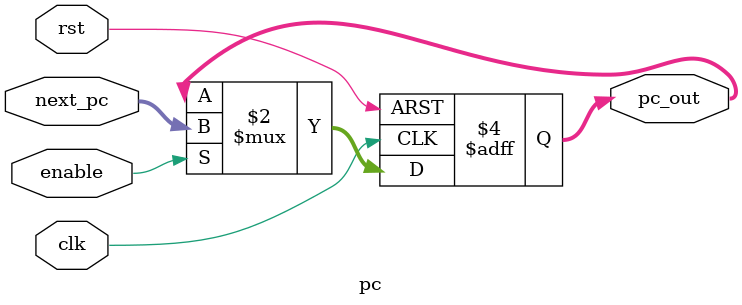
<source format=v>
`timescale 1ns / 1ps


module pc (
    input  wire        clk,
    input  wire        rst,
    input  wire        enable,       // PCWrite: allows stalling the PC
    input  wire [31:0] next_pc,
    output reg  [31:0] pc_out
);

    always @(posedge clk or posedge rst) begin
        if (rst)
            pc_out <= 32'b0;         // Reset: PC starts from 0
        else if (enable)
            pc_out <= next_pc;       // Normal update
        // else: hold current PC (stall)
    end

endmodule

</source>
